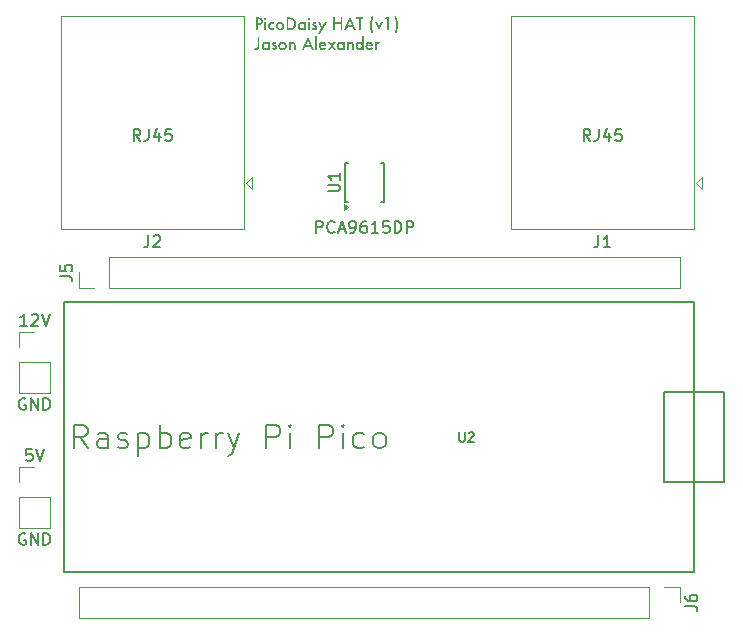
<source format=gto>
%TF.GenerationSoftware,KiCad,Pcbnew,8.0.4*%
%TF.CreationDate,2024-08-14T00:22:54+01:00*%
%TF.ProjectId,PicoChain,5069636f-4368-4616-996e-2e6b69636164,rev?*%
%TF.SameCoordinates,Original*%
%TF.FileFunction,Legend,Top*%
%TF.FilePolarity,Positive*%
%FSLAX46Y46*%
G04 Gerber Fmt 4.6, Leading zero omitted, Abs format (unit mm)*
G04 Created by KiCad (PCBNEW 8.0.4) date 2024-08-14 00:22:54*
%MOMM*%
%LPD*%
G01*
G04 APERTURE LIST*
%ADD10C,0.125000*%
%ADD11C,0.150000*%
%ADD12C,0.152400*%
%ADD13C,0.120000*%
G04 APERTURE END LIST*
D10*
G36*
X151151152Y-69007931D02*
G01*
X151200027Y-69010561D01*
X151253696Y-69016518D01*
X151297048Y-69025373D01*
X151346186Y-69043863D01*
X151390654Y-69071489D01*
X151417704Y-69094982D01*
X151453297Y-69136075D01*
X151480148Y-69181562D01*
X151498257Y-69231444D01*
X151507623Y-69285720D01*
X151509050Y-69318709D01*
X151505607Y-69370818D01*
X151495277Y-69418703D01*
X151474522Y-69469229D01*
X151444394Y-69514005D01*
X151411109Y-69547808D01*
X151364987Y-69580737D01*
X151320245Y-69602524D01*
X151270694Y-69618369D01*
X151216335Y-69628272D01*
X151167362Y-69631986D01*
X151146838Y-69632316D01*
X151072344Y-69632316D01*
X151072344Y-70062184D01*
X150915052Y-70062184D01*
X150915052Y-69493586D01*
X151072344Y-69493586D01*
X151131695Y-69493586D01*
X151183272Y-69490823D01*
X151238073Y-69479599D01*
X151289650Y-69454732D01*
X151325755Y-69417431D01*
X151346385Y-69367697D01*
X151351758Y-69316755D01*
X151346218Y-69267501D01*
X151324946Y-69219415D01*
X151287720Y-69183351D01*
X151234540Y-69159309D01*
X151178037Y-69148456D01*
X151124856Y-69145785D01*
X151072344Y-69145785D01*
X151072344Y-69493586D01*
X150915052Y-69493586D01*
X150915052Y-69007055D01*
X151096036Y-69007055D01*
X151151152Y-69007931D01*
G37*
G36*
X151797257Y-69397843D02*
G01*
X151797257Y-70070000D01*
X151639965Y-70070000D01*
X151639965Y-69397843D01*
X151797257Y-69397843D01*
G37*
G36*
X151624333Y-69123314D02*
G01*
X151637166Y-69074297D01*
X151654131Y-69052484D01*
X151696167Y-69026876D01*
X151725694Y-69022686D01*
X151773646Y-69034326D01*
X151797745Y-69052484D01*
X151824022Y-69096417D01*
X151827543Y-69124047D01*
X151815903Y-69172113D01*
X151797745Y-69196099D01*
X151753918Y-69222375D01*
X151726427Y-69225896D01*
X151678379Y-69214352D01*
X151654131Y-69196343D01*
X151628523Y-69153848D01*
X151624333Y-69123314D01*
G37*
G36*
X152503607Y-69429351D02*
G01*
X152503607Y-69633293D01*
X152468862Y-69594061D01*
X152431296Y-69559975D01*
X152410062Y-69545610D01*
X152362657Y-69526362D01*
X152314075Y-69520942D01*
X152263156Y-69526881D01*
X152213647Y-69547133D01*
X152174549Y-69578016D01*
X152170949Y-69581758D01*
X152140809Y-69622621D01*
X152121833Y-69669495D01*
X152114019Y-69722379D01*
X152113796Y-69733677D01*
X152118143Y-69783531D01*
X152133169Y-69832761D01*
X152158929Y-69875504D01*
X152168750Y-69887062D01*
X152206641Y-69918618D01*
X152255099Y-69939830D01*
X152305311Y-69946843D01*
X152310655Y-69946901D01*
X152359506Y-69941695D01*
X152407864Y-69923210D01*
X152449216Y-69891729D01*
X152483497Y-69856568D01*
X152503607Y-69833084D01*
X152503607Y-70036538D01*
X152457049Y-70058016D01*
X152410429Y-70073358D01*
X152357908Y-70083282D01*
X152317006Y-70085631D01*
X152261155Y-70082119D01*
X152208825Y-70071583D01*
X152160016Y-70054024D01*
X152114727Y-70029440D01*
X152072959Y-69997832D01*
X152059818Y-69985736D01*
X152024707Y-69946374D01*
X151996861Y-69903579D01*
X151976278Y-69857348D01*
X151962961Y-69807683D01*
X151956907Y-69754583D01*
X151956503Y-69736120D01*
X151960187Y-69681963D01*
X151971238Y-69631053D01*
X151989656Y-69583389D01*
X152015442Y-69538970D01*
X152048595Y-69497797D01*
X152061284Y-69484794D01*
X152102250Y-69449932D01*
X152146566Y-69422283D01*
X152194231Y-69401846D01*
X152245244Y-69388623D01*
X152299606Y-69382612D01*
X152318471Y-69382212D01*
X152372812Y-69385940D01*
X152425375Y-69397127D01*
X152476161Y-69415770D01*
X152503607Y-69429351D01*
G37*
G36*
X153029326Y-69385792D02*
G01*
X153080024Y-69396534D01*
X153127580Y-69414437D01*
X153171993Y-69439502D01*
X153213263Y-69471728D01*
X153226322Y-69484061D01*
X153260935Y-69523969D01*
X153288386Y-69567123D01*
X153308677Y-69613522D01*
X153321806Y-69663167D01*
X153327773Y-69716058D01*
X153328171Y-69734410D01*
X153324565Y-69788763D01*
X153313746Y-69839717D01*
X153295714Y-69887270D01*
X153270469Y-69931422D01*
X153238011Y-69972175D01*
X153225589Y-69985003D01*
X153185372Y-70019201D01*
X153141841Y-70046323D01*
X153094995Y-70066370D01*
X153044834Y-70079342D01*
X152991359Y-70085238D01*
X152972798Y-70085631D01*
X152918811Y-70082025D01*
X152868224Y-70071205D01*
X152821037Y-70053173D01*
X152777251Y-70027929D01*
X152736865Y-69995471D01*
X152724159Y-69983049D01*
X152690044Y-69943301D01*
X152662987Y-69899896D01*
X152642989Y-69852832D01*
X152630049Y-69802111D01*
X152624167Y-69747732D01*
X152623820Y-69730990D01*
X152781067Y-69730990D01*
X152785240Y-69783622D01*
X152799666Y-69834398D01*
X152824395Y-69877064D01*
X152833824Y-69888283D01*
X152874835Y-69921656D01*
X152923985Y-69941177D01*
X152975729Y-69946901D01*
X153027788Y-69941248D01*
X153076953Y-69921972D01*
X153117634Y-69889016D01*
X153147948Y-69844630D01*
X153164587Y-69796316D01*
X153170671Y-69746348D01*
X153170879Y-69734410D01*
X153166667Y-69682959D01*
X153152108Y-69633041D01*
X153127149Y-69590757D01*
X153117634Y-69579560D01*
X153076623Y-69546186D01*
X153027473Y-69526666D01*
X152975729Y-69520942D01*
X152924605Y-69526666D01*
X152875806Y-69546186D01*
X152834801Y-69579560D01*
X152806465Y-69619536D01*
X152788623Y-69666190D01*
X152781277Y-69719522D01*
X152781067Y-69730990D01*
X152623820Y-69730990D01*
X152623775Y-69728792D01*
X152627373Y-69676265D01*
X152638166Y-69626760D01*
X152656155Y-69580277D01*
X152681340Y-69536817D01*
X152713720Y-69496380D01*
X152726113Y-69483572D01*
X152766061Y-69449126D01*
X152809151Y-69421806D01*
X152855385Y-69401613D01*
X152904761Y-69388547D01*
X152957280Y-69382608D01*
X152975484Y-69382212D01*
X153029326Y-69385792D01*
G37*
G36*
X153805459Y-69008162D02*
G01*
X153857961Y-69011485D01*
X153913287Y-69018162D01*
X153962232Y-69027854D01*
X153999106Y-69038562D01*
X154047314Y-69056880D01*
X154093262Y-69080572D01*
X154136951Y-69109637D01*
X154178381Y-69144075D01*
X154216563Y-69183043D01*
X154249654Y-69224965D01*
X154277654Y-69269841D01*
X154300563Y-69317670D01*
X154318381Y-69368454D01*
X154331109Y-69422191D01*
X154338745Y-69478882D01*
X154341290Y-69538527D01*
X154338638Y-69598367D01*
X154330681Y-69655275D01*
X154317420Y-69709253D01*
X154298853Y-69760300D01*
X154274982Y-69808415D01*
X154245807Y-69853600D01*
X154211327Y-69895854D01*
X154171542Y-69935177D01*
X154128402Y-69970058D01*
X154084225Y-69999230D01*
X154039009Y-70022693D01*
X153992756Y-70040446D01*
X153944594Y-70053376D01*
X153894965Y-70061659D01*
X153838346Y-70067113D01*
X153784253Y-70069538D01*
X153745338Y-70070000D01*
X153527473Y-70070000D01*
X153527473Y-69913684D01*
X153684766Y-69913684D01*
X153757062Y-69913684D01*
X153808658Y-69912280D01*
X153861303Y-69907342D01*
X153913090Y-69897687D01*
X153936336Y-69891214D01*
X153983890Y-69871636D01*
X154028155Y-69845477D01*
X154065540Y-69815987D01*
X154105797Y-69773795D01*
X154137726Y-69727086D01*
X154161325Y-69675861D01*
X154176594Y-69620119D01*
X154182957Y-69570218D01*
X154183998Y-69538771D01*
X154181142Y-69486413D01*
X154172573Y-69437263D01*
X154154750Y-69382517D01*
X154128701Y-69332391D01*
X154094426Y-69286884D01*
X154067006Y-69259113D01*
X154024110Y-69226576D01*
X153974190Y-69200770D01*
X153927224Y-69184407D01*
X153875381Y-69172720D01*
X153818660Y-69165708D01*
X153769772Y-69163464D01*
X153757062Y-69163370D01*
X153684766Y-69163370D01*
X153684766Y-69913684D01*
X153527473Y-69913684D01*
X153527473Y-69007055D01*
X153748269Y-69007055D01*
X153805459Y-69008162D01*
G37*
G36*
X154844079Y-69386746D02*
G01*
X154891507Y-69400350D01*
X154936643Y-69423024D01*
X154979489Y-69454767D01*
X155002944Y-69476978D01*
X155002944Y-69397843D01*
X155153154Y-69397843D01*
X155153154Y-70070000D01*
X155002944Y-70070000D01*
X155002944Y-69997459D01*
X154960688Y-70031815D01*
X154917052Y-70057733D01*
X154865494Y-70077021D01*
X154812134Y-70085287D01*
X154798513Y-70085631D01*
X154748522Y-70082119D01*
X154694409Y-70069144D01*
X154644831Y-70046609D01*
X154599788Y-70014514D01*
X154570390Y-69985736D01*
X154540011Y-69945773D01*
X154515917Y-69902273D01*
X154498108Y-69855236D01*
X154486584Y-69804660D01*
X154481347Y-69750547D01*
X154480997Y-69731723D01*
X154481039Y-69730990D01*
X154638290Y-69730990D01*
X154642347Y-69781888D01*
X154656372Y-69831824D01*
X154680415Y-69874796D01*
X154689581Y-69886329D01*
X154728915Y-69920815D01*
X154774715Y-69940986D01*
X154821960Y-69946901D01*
X154872169Y-69941177D01*
X154919959Y-69921656D01*
X154959958Y-69888283D01*
X154987650Y-69847229D01*
X155005085Y-69799783D01*
X155012265Y-69745945D01*
X155012470Y-69734410D01*
X155008316Y-69684399D01*
X154993957Y-69634949D01*
X154969342Y-69591940D01*
X154959958Y-69580293D01*
X154920132Y-69546502D01*
X154872861Y-69526738D01*
X154823426Y-69520942D01*
X154771970Y-69528041D01*
X154726748Y-69549341D01*
X154691046Y-69581025D01*
X154663225Y-69621697D01*
X154645709Y-69667999D01*
X154638496Y-69719929D01*
X154638290Y-69730990D01*
X154481039Y-69730990D01*
X154484140Y-69677330D01*
X154493568Y-69626439D01*
X154509282Y-69579052D01*
X154531281Y-69535169D01*
X154559565Y-69494789D01*
X154570390Y-69482107D01*
X154605576Y-69448158D01*
X154650597Y-69417429D01*
X154699896Y-69396259D01*
X154753473Y-69384650D01*
X154794361Y-69382212D01*
X154844079Y-69386746D01*
G37*
G36*
X155508771Y-69397843D02*
G01*
X155508771Y-70070000D01*
X155351479Y-70070000D01*
X155351479Y-69397843D01*
X155508771Y-69397843D01*
G37*
G36*
X155335847Y-69123314D02*
G01*
X155348680Y-69074297D01*
X155365645Y-69052484D01*
X155407681Y-69026876D01*
X155437208Y-69022686D01*
X155485160Y-69034326D01*
X155509260Y-69052484D01*
X155535536Y-69096417D01*
X155539057Y-69124047D01*
X155527418Y-69172113D01*
X155509260Y-69196099D01*
X155465432Y-69222375D01*
X155437941Y-69225896D01*
X155389894Y-69214352D01*
X155365645Y-69196343D01*
X155340038Y-69153848D01*
X155335847Y-69123314D01*
G37*
G36*
X156094710Y-69514347D02*
G01*
X155967459Y-69582247D01*
X155937987Y-69540339D01*
X155891988Y-69520942D01*
X155855108Y-69534863D01*
X155839965Y-69570767D01*
X155868249Y-69613477D01*
X155913382Y-69639426D01*
X155929357Y-69646482D01*
X155979451Y-69669154D01*
X156027228Y-69694063D01*
X156068896Y-69720809D01*
X156095198Y-69743447D01*
X156122872Y-69784525D01*
X156136438Y-69835923D01*
X156137941Y-69863126D01*
X156132338Y-69914684D01*
X156115530Y-69961374D01*
X156087516Y-70003196D01*
X156067110Y-70024326D01*
X156026126Y-70053961D01*
X155980660Y-70073897D01*
X155930711Y-70084134D01*
X155901025Y-70085631D01*
X155851204Y-70081612D01*
X155797714Y-70066179D01*
X155751095Y-70039171D01*
X155711344Y-70000588D01*
X155683466Y-69959594D01*
X155664598Y-69921011D01*
X155793314Y-69860439D01*
X155820070Y-69903046D01*
X155835324Y-69921011D01*
X155879140Y-69944373D01*
X155902491Y-69946901D01*
X155953095Y-69935211D01*
X155979427Y-69892672D01*
X155980648Y-69876071D01*
X155959553Y-69829325D01*
X155920809Y-69799623D01*
X155876097Y-69777840D01*
X155874647Y-69777152D01*
X155829233Y-69755399D01*
X155827752Y-69754682D01*
X155783308Y-69730136D01*
X155743401Y-69699453D01*
X155733963Y-69689225D01*
X155709069Y-69645039D01*
X155699586Y-69594309D01*
X155699281Y-69582247D01*
X155705053Y-69530989D01*
X155724736Y-69481383D01*
X155754751Y-69442447D01*
X155758387Y-69438876D01*
X155798621Y-69408994D01*
X155843911Y-69390180D01*
X155894257Y-69382433D01*
X155904933Y-69382212D01*
X155957592Y-69388535D01*
X156004009Y-69407503D01*
X156044185Y-69439118D01*
X156078120Y-69483378D01*
X156094710Y-69514347D01*
G37*
G36*
X156480125Y-69941772D02*
G01*
X156180683Y-69397843D01*
X156358981Y-69397843D01*
X156562679Y-69782037D01*
X156752700Y-69397843D01*
X156926357Y-69397843D01*
X156395861Y-70429525D01*
X156220251Y-70429525D01*
X156480125Y-69941772D01*
G37*
G36*
X157647362Y-69429106D02*
G01*
X158099699Y-69429106D01*
X158099699Y-69007055D01*
X158256992Y-69007055D01*
X158256992Y-70070000D01*
X158099699Y-70070000D01*
X158099699Y-69585422D01*
X157647362Y-69585422D01*
X157647362Y-70070000D01*
X157490069Y-70070000D01*
X157490069Y-69007055D01*
X157647362Y-69007055D01*
X157647362Y-69429106D01*
G37*
G36*
X159423251Y-70077815D02*
G01*
X159249106Y-70077815D01*
X159138220Y-69819895D01*
X158686371Y-69819895D01*
X158568890Y-70077815D01*
X158397187Y-70077815D01*
X158588105Y-69663579D01*
X158752805Y-69663579D01*
X159073251Y-69663579D01*
X158916936Y-69302833D01*
X158752805Y-69663579D01*
X158588105Y-69663579D01*
X158919623Y-68944284D01*
X159423251Y-70077815D01*
G37*
G36*
X159791814Y-69163370D02*
G01*
X159791814Y-70070000D01*
X159634521Y-70070000D01*
X159634521Y-69163370D01*
X159385394Y-69163370D01*
X159385394Y-69007055D01*
X160026287Y-69007055D01*
X160026287Y-69163370D01*
X159791814Y-69163370D01*
G37*
G36*
X160751200Y-68897878D02*
G01*
X160893593Y-68952833D01*
X160871399Y-69008252D01*
X160851376Y-69062313D01*
X160833522Y-69115013D01*
X160817840Y-69166354D01*
X160804328Y-69216336D01*
X160792986Y-69264958D01*
X160789057Y-69284026D01*
X160780332Y-69332898D01*
X160773086Y-69383345D01*
X160767319Y-69435366D01*
X160766343Y-69445959D01*
X160762801Y-69494869D01*
X160760418Y-69546251D01*
X160759194Y-69600107D01*
X160759016Y-69631095D01*
X160759474Y-69680539D01*
X160761084Y-69733791D01*
X160763853Y-69784532D01*
X160766343Y-69816964D01*
X160771814Y-69869171D01*
X160778765Y-69919851D01*
X160787194Y-69969005D01*
X160789057Y-69978653D01*
X160799338Y-70026584D01*
X160811860Y-70075887D01*
X160826624Y-70126562D01*
X160843630Y-70178607D01*
X160862879Y-70232025D01*
X160884369Y-70286814D01*
X160893593Y-70309113D01*
X160751444Y-70364068D01*
X160724687Y-70304254D01*
X160700562Y-70242598D01*
X160679069Y-70179100D01*
X160660208Y-70113761D01*
X160643978Y-70046580D01*
X160630381Y-69977556D01*
X160619415Y-69906691D01*
X160611081Y-69833985D01*
X160606987Y-69784490D01*
X160604063Y-69734177D01*
X160602308Y-69683045D01*
X160601723Y-69631095D01*
X160602307Y-69579115D01*
X160604059Y-69527956D01*
X160606978Y-69477617D01*
X160611065Y-69428099D01*
X160616320Y-69379401D01*
X160626393Y-69307893D01*
X160639092Y-69238230D01*
X160654420Y-69170414D01*
X160672374Y-69104445D01*
X160692956Y-69040321D01*
X160716166Y-68978043D01*
X160742003Y-68917612D01*
X160751200Y-68897878D01*
G37*
G36*
X161168367Y-69397843D02*
G01*
X161340558Y-69773733D01*
X161512260Y-69397843D01*
X161685184Y-69397843D01*
X161339337Y-70112986D01*
X160996175Y-69397843D01*
X161168367Y-69397843D01*
G37*
G36*
X162067180Y-69163370D02*
G01*
X161884731Y-69163370D01*
X161972170Y-69007055D01*
X162224473Y-69007055D01*
X162224473Y-70077815D01*
X162067180Y-70077815D01*
X162067180Y-69163370D01*
G37*
G36*
X162797711Y-70364068D02*
G01*
X162654829Y-70309113D01*
X162677216Y-70253776D01*
X162697361Y-70199810D01*
X162715264Y-70147215D01*
X162730925Y-70095992D01*
X162744344Y-70046141D01*
X162755521Y-69997661D01*
X162759364Y-69978653D01*
X162768230Y-69930304D01*
X162775593Y-69879749D01*
X162781454Y-69826987D01*
X162785811Y-69772019D01*
X162788666Y-69714845D01*
X162790019Y-69655465D01*
X162790139Y-69631095D01*
X162789388Y-69571166D01*
X162787134Y-69513348D01*
X162783377Y-69457641D01*
X162778118Y-69404045D01*
X162771356Y-69352559D01*
X162763091Y-69303185D01*
X162759364Y-69284026D01*
X162748891Y-69235948D01*
X162736247Y-69186510D01*
X162721433Y-69135713D01*
X162704448Y-69083556D01*
X162685293Y-69030040D01*
X162663967Y-68975164D01*
X162654829Y-68952833D01*
X162796978Y-68897878D01*
X162823866Y-68957694D01*
X162848109Y-69019356D01*
X162869707Y-69082865D01*
X162888661Y-69148219D01*
X162904969Y-69215420D01*
X162918634Y-69284467D01*
X162929653Y-69355360D01*
X162938028Y-69428099D01*
X162942142Y-69477617D01*
X162945081Y-69527956D01*
X162946844Y-69579115D01*
X162947431Y-69631095D01*
X162946847Y-69683045D01*
X162945092Y-69734177D01*
X162942168Y-69784490D01*
X162938074Y-69833985D01*
X162932810Y-69882660D01*
X162922722Y-69954139D01*
X162910001Y-70023777D01*
X162894649Y-70091572D01*
X162876665Y-70157525D01*
X162856049Y-70221637D01*
X162832801Y-70283907D01*
X162806922Y-70344335D01*
X162797711Y-70364068D01*
G37*
G36*
X151228660Y-70687055D02*
G01*
X151228660Y-71372400D01*
X151227842Y-71423240D01*
X151224903Y-71473959D01*
X151218224Y-71526280D01*
X151211563Y-71555582D01*
X151195557Y-71604068D01*
X151170621Y-71649851D01*
X151153921Y-71671598D01*
X151116715Y-71708238D01*
X151074554Y-71735878D01*
X151027437Y-71754520D01*
X150975365Y-71764162D01*
X150943384Y-71765631D01*
X150894505Y-71762227D01*
X150841487Y-71750259D01*
X150790555Y-71729675D01*
X150757759Y-71711165D01*
X150835673Y-71570481D01*
X150881654Y-71595625D01*
X150931603Y-71608709D01*
X150944361Y-71609316D01*
X150994894Y-71600407D01*
X151035269Y-71567989D01*
X151042791Y-71555338D01*
X151059060Y-71508901D01*
X151067349Y-71456782D01*
X151070670Y-71407456D01*
X151071367Y-71367515D01*
X151071367Y-70687055D01*
X151228660Y-70687055D01*
G37*
G36*
X151789090Y-71066746D02*
G01*
X151836517Y-71080350D01*
X151881654Y-71103024D01*
X151924500Y-71134767D01*
X151947955Y-71156978D01*
X151947955Y-71077843D01*
X152098164Y-71077843D01*
X152098164Y-71750000D01*
X151947955Y-71750000D01*
X151947955Y-71677459D01*
X151905698Y-71711815D01*
X151862062Y-71737733D01*
X151810504Y-71757021D01*
X151757145Y-71765287D01*
X151743524Y-71765631D01*
X151693532Y-71762119D01*
X151639419Y-71749144D01*
X151589841Y-71726609D01*
X151544798Y-71694514D01*
X151515401Y-71665736D01*
X151485021Y-71625773D01*
X151460927Y-71582273D01*
X151443118Y-71535236D01*
X151431595Y-71484660D01*
X151426357Y-71430547D01*
X151426008Y-71411723D01*
X151426050Y-71410990D01*
X151583300Y-71410990D01*
X151587357Y-71461888D01*
X151601382Y-71511824D01*
X151625425Y-71554796D01*
X151634591Y-71566329D01*
X151673926Y-71600815D01*
X151719725Y-71620986D01*
X151766971Y-71626901D01*
X151817179Y-71621177D01*
X151864970Y-71601656D01*
X151904968Y-71568283D01*
X151932660Y-71527229D01*
X151950096Y-71479783D01*
X151957275Y-71425945D01*
X151957480Y-71414410D01*
X151953327Y-71364399D01*
X151938968Y-71314949D01*
X151914353Y-71271940D01*
X151904968Y-71260293D01*
X151865143Y-71226502D01*
X151817872Y-71206738D01*
X151768436Y-71200942D01*
X151716980Y-71208041D01*
X151671758Y-71229341D01*
X151636057Y-71261025D01*
X151608236Y-71301697D01*
X151590719Y-71347999D01*
X151583506Y-71399929D01*
X151583300Y-71410990D01*
X151426050Y-71410990D01*
X151429151Y-71357330D01*
X151438579Y-71306439D01*
X151454292Y-71259052D01*
X151476291Y-71215169D01*
X151504576Y-71174789D01*
X151515401Y-71162107D01*
X151550586Y-71128158D01*
X151595608Y-71097429D01*
X151644907Y-71076259D01*
X151698483Y-71064650D01*
X151739371Y-71062212D01*
X151789090Y-71066746D01*
G37*
G36*
X152691919Y-71194347D02*
G01*
X152564668Y-71262247D01*
X152535196Y-71220339D01*
X152489197Y-71200942D01*
X152452316Y-71214863D01*
X152437173Y-71250767D01*
X152465458Y-71293477D01*
X152510591Y-71319426D01*
X152526566Y-71326482D01*
X152576660Y-71349154D01*
X152624436Y-71374063D01*
X152666105Y-71400809D01*
X152692407Y-71423447D01*
X152720081Y-71464525D01*
X152733647Y-71515923D01*
X152735150Y-71543126D01*
X152729547Y-71594684D01*
X152712738Y-71641374D01*
X152684724Y-71683196D01*
X152664319Y-71704326D01*
X152623335Y-71733961D01*
X152577869Y-71753897D01*
X152527920Y-71764134D01*
X152498234Y-71765631D01*
X152448412Y-71761612D01*
X152394923Y-71746179D01*
X152348303Y-71719171D01*
X152308553Y-71680588D01*
X152280675Y-71639594D01*
X152261807Y-71601011D01*
X152390523Y-71540439D01*
X152417279Y-71583046D01*
X152432533Y-71601011D01*
X152476348Y-71624373D01*
X152499699Y-71626901D01*
X152550303Y-71615211D01*
X152576636Y-71572672D01*
X152577857Y-71556071D01*
X152556761Y-71509325D01*
X152518018Y-71479623D01*
X152473306Y-71457840D01*
X152471856Y-71457152D01*
X152426441Y-71435399D01*
X152424961Y-71434682D01*
X152380517Y-71410136D01*
X152340610Y-71379453D01*
X152331172Y-71369225D01*
X152306278Y-71325039D01*
X152296794Y-71274309D01*
X152296489Y-71262247D01*
X152302262Y-71210989D01*
X152321945Y-71161383D01*
X152351960Y-71122447D01*
X152355596Y-71118876D01*
X152395829Y-71088994D01*
X152441119Y-71070180D01*
X152491466Y-71062433D01*
X152502142Y-71062212D01*
X152554800Y-71068535D01*
X152601218Y-71087503D01*
X152641394Y-71119118D01*
X152675329Y-71163378D01*
X152691919Y-71194347D01*
G37*
G36*
X153238398Y-71065792D02*
G01*
X153289096Y-71076534D01*
X153336652Y-71094437D01*
X153381065Y-71119502D01*
X153422335Y-71151728D01*
X153435394Y-71164061D01*
X153470007Y-71203969D01*
X153497458Y-71247123D01*
X153517748Y-71293522D01*
X153530877Y-71343167D01*
X153536845Y-71396058D01*
X153537243Y-71414410D01*
X153533637Y-71468763D01*
X153522817Y-71519717D01*
X153504785Y-71567270D01*
X153479541Y-71611422D01*
X153447083Y-71652175D01*
X153434661Y-71665003D01*
X153394444Y-71699201D01*
X153350912Y-71726323D01*
X153304066Y-71746370D01*
X153253906Y-71759342D01*
X153200431Y-71765238D01*
X153181870Y-71765631D01*
X153127882Y-71762025D01*
X153077296Y-71751205D01*
X153030109Y-71733173D01*
X152986323Y-71707929D01*
X152945937Y-71675471D01*
X152933230Y-71663049D01*
X152899116Y-71623301D01*
X152872059Y-71579896D01*
X152852061Y-71532832D01*
X152839121Y-71482111D01*
X152833239Y-71427732D01*
X152832892Y-71410990D01*
X152990139Y-71410990D01*
X152994312Y-71463622D01*
X153008738Y-71514398D01*
X153033467Y-71557064D01*
X153042896Y-71568283D01*
X153083907Y-71601656D01*
X153133056Y-71621177D01*
X153184801Y-71626901D01*
X153236860Y-71621248D01*
X153286025Y-71601972D01*
X153326706Y-71569016D01*
X153357020Y-71524630D01*
X153373659Y-71476316D01*
X153379743Y-71426348D01*
X153379951Y-71414410D01*
X153375739Y-71362959D01*
X153361180Y-71313041D01*
X153336221Y-71270757D01*
X153326706Y-71259560D01*
X153285695Y-71226186D01*
X153236545Y-71206666D01*
X153184801Y-71200942D01*
X153133677Y-71206666D01*
X153084878Y-71226186D01*
X153043872Y-71259560D01*
X153015537Y-71299536D01*
X152997695Y-71346190D01*
X152990349Y-71399522D01*
X152990139Y-71410990D01*
X152832892Y-71410990D01*
X152832847Y-71408792D01*
X152836444Y-71356265D01*
X152847238Y-71306760D01*
X152865227Y-71260277D01*
X152890412Y-71216817D01*
X152922792Y-71176380D01*
X152935184Y-71163572D01*
X152975132Y-71129126D01*
X153018223Y-71101806D01*
X153064457Y-71081613D01*
X153113833Y-71068547D01*
X153166352Y-71062608D01*
X153184556Y-71062212D01*
X153238398Y-71065792D01*
G37*
G36*
X153705282Y-71077843D02*
G01*
X153862575Y-71077843D01*
X153862575Y-71141102D01*
X153904386Y-71106588D01*
X153948731Y-71081934D01*
X153995611Y-71067142D01*
X154045024Y-71062212D01*
X154100284Y-71066806D01*
X154149071Y-71080591D01*
X154196221Y-71107083D01*
X154227229Y-71135729D01*
X154254502Y-71177159D01*
X154271252Y-71224497D01*
X154280123Y-71274031D01*
X154283594Y-71331139D01*
X154283649Y-71339916D01*
X154283649Y-71750000D01*
X154126357Y-71750000D01*
X154126357Y-71376064D01*
X154124193Y-71325252D01*
X154115671Y-71276268D01*
X154099002Y-71239288D01*
X154058567Y-71209367D01*
X154006635Y-71200979D01*
X154002281Y-71200942D01*
X153951231Y-71208086D01*
X153907560Y-71234479D01*
X153894082Y-71251744D01*
X153874882Y-71299841D01*
X153866298Y-71349753D01*
X153862851Y-71404078D01*
X153862575Y-71426866D01*
X153862575Y-71750000D01*
X153705282Y-71750000D01*
X153705282Y-71077843D01*
G37*
G36*
X155841674Y-71757815D02*
G01*
X155667529Y-71757815D01*
X155556643Y-71499895D01*
X155104794Y-71499895D01*
X154987313Y-71757815D01*
X154815610Y-71757815D01*
X155006528Y-71343579D01*
X155171228Y-71343579D01*
X155491674Y-71343579D01*
X155335359Y-70982833D01*
X155171228Y-71343579D01*
X155006528Y-71343579D01*
X155338046Y-70624284D01*
X155841674Y-71757815D01*
G37*
G36*
X156097885Y-70593265D02*
G01*
X156097885Y-71750000D01*
X155940593Y-71750000D01*
X155940593Y-70593265D01*
X156097885Y-70593265D01*
G37*
G36*
X156632689Y-71065535D02*
G01*
X156681519Y-71075504D01*
X156733017Y-71095534D01*
X156778624Y-71124611D01*
X156813028Y-71156734D01*
X156846147Y-71201142D01*
X156871131Y-71252517D01*
X156886072Y-71302096D01*
X156895036Y-71356793D01*
X156897942Y-71406284D01*
X156898025Y-71416608D01*
X156898025Y-71453000D01*
X156418576Y-71453000D01*
X156427790Y-71504181D01*
X156448902Y-71551127D01*
X156472309Y-71580251D01*
X156515202Y-71610455D01*
X156562595Y-71624669D01*
X156593698Y-71626901D01*
X156643511Y-71621051D01*
X156689197Y-71600279D01*
X156726256Y-71565216D01*
X156759148Y-71522947D01*
X156773705Y-71501605D01*
X156904131Y-71572191D01*
X156876976Y-71614265D01*
X156846429Y-71653120D01*
X156840139Y-71660118D01*
X156803139Y-71695200D01*
X156768087Y-71720202D01*
X156722741Y-71742639D01*
X156684801Y-71754640D01*
X156635433Y-71763216D01*
X156588325Y-71765631D01*
X156534249Y-71762265D01*
X156484312Y-71752167D01*
X156431283Y-71731878D01*
X156383887Y-71702426D01*
X156347745Y-71669888D01*
X156316951Y-71631511D01*
X156292528Y-71588738D01*
X156274475Y-71541569D01*
X156262795Y-71490003D01*
X156257485Y-71434041D01*
X156257131Y-71414410D01*
X156260214Y-71357271D01*
X156265341Y-71327948D01*
X156428834Y-71327948D01*
X156739267Y-71327948D01*
X156720791Y-71278460D01*
X156688970Y-71236786D01*
X156645732Y-71210988D01*
X156591075Y-71201066D01*
X156583440Y-71200942D01*
X156535097Y-71208364D01*
X156530439Y-71209979D01*
X156486770Y-71234349D01*
X156485498Y-71235380D01*
X156452669Y-71272288D01*
X156450816Y-71275191D01*
X156430834Y-71320659D01*
X156428834Y-71327948D01*
X156265341Y-71327948D01*
X156269462Y-71304375D01*
X156284875Y-71255720D01*
X156306453Y-71211307D01*
X156339420Y-71164853D01*
X156344815Y-71158688D01*
X156386350Y-71121096D01*
X156433378Y-71092737D01*
X156485900Y-71073612D01*
X156535290Y-71064567D01*
X156579532Y-71062212D01*
X156632689Y-71065535D01*
G37*
G36*
X157245582Y-71386566D02*
G01*
X157006224Y-71077843D01*
X157189406Y-71077843D01*
X157337906Y-71273726D01*
X157488848Y-71077843D01*
X157677648Y-71077843D01*
X157431451Y-71386322D01*
X157716482Y-71750000D01*
X157533300Y-71750000D01*
X157337906Y-71498918D01*
X157137383Y-71750000D01*
X156949560Y-71750000D01*
X157245582Y-71386566D01*
G37*
G36*
X158124749Y-71066746D02*
G01*
X158172177Y-71080350D01*
X158217313Y-71103024D01*
X158260159Y-71134767D01*
X158283614Y-71156978D01*
X158283614Y-71077843D01*
X158433824Y-71077843D01*
X158433824Y-71750000D01*
X158283614Y-71750000D01*
X158283614Y-71677459D01*
X158241358Y-71711815D01*
X158197722Y-71737733D01*
X158146164Y-71757021D01*
X158092804Y-71765287D01*
X158079183Y-71765631D01*
X158029191Y-71762119D01*
X157975079Y-71749144D01*
X157925501Y-71726609D01*
X157880458Y-71694514D01*
X157851060Y-71665736D01*
X157820681Y-71625773D01*
X157796586Y-71582273D01*
X157778778Y-71535236D01*
X157767254Y-71484660D01*
X157762017Y-71430547D01*
X157761667Y-71411723D01*
X157761709Y-71410990D01*
X157918960Y-71410990D01*
X157923017Y-71461888D01*
X157937042Y-71511824D01*
X157961084Y-71554796D01*
X157970251Y-71566329D01*
X158009585Y-71600815D01*
X158055385Y-71620986D01*
X158102630Y-71626901D01*
X158152838Y-71621177D01*
X158200629Y-71601656D01*
X158240628Y-71568283D01*
X158268320Y-71527229D01*
X158285755Y-71479783D01*
X158292935Y-71425945D01*
X158293140Y-71414410D01*
X158288986Y-71364399D01*
X158274627Y-71314949D01*
X158250012Y-71271940D01*
X158240628Y-71260293D01*
X158200802Y-71226502D01*
X158153531Y-71206738D01*
X158104096Y-71200942D01*
X158052640Y-71208041D01*
X158007418Y-71229341D01*
X157971716Y-71261025D01*
X157943895Y-71301697D01*
X157926379Y-71347999D01*
X157919166Y-71399929D01*
X157918960Y-71410990D01*
X157761709Y-71410990D01*
X157764810Y-71357330D01*
X157774238Y-71306439D01*
X157789952Y-71259052D01*
X157811951Y-71215169D01*
X157840235Y-71174789D01*
X157851060Y-71162107D01*
X157886245Y-71128158D01*
X157931267Y-71097429D01*
X157980566Y-71076259D01*
X158034143Y-71064650D01*
X158075031Y-71062212D01*
X158124749Y-71066746D01*
G37*
G36*
X158632149Y-71077843D02*
G01*
X158789441Y-71077843D01*
X158789441Y-71141102D01*
X158831253Y-71106588D01*
X158875598Y-71081934D01*
X158922477Y-71067142D01*
X158971891Y-71062212D01*
X159027151Y-71066806D01*
X159075938Y-71080591D01*
X159123087Y-71107083D01*
X159154096Y-71135729D01*
X159181369Y-71177159D01*
X159198119Y-71224497D01*
X159206990Y-71274031D01*
X159210461Y-71331139D01*
X159210516Y-71339916D01*
X159210516Y-71750000D01*
X159053224Y-71750000D01*
X159053224Y-71376064D01*
X159051060Y-71325252D01*
X159042538Y-71276268D01*
X159025868Y-71239288D01*
X158985434Y-71209367D01*
X158933502Y-71200979D01*
X158929148Y-71200942D01*
X158878098Y-71208086D01*
X158834427Y-71234479D01*
X158820949Y-71251744D01*
X158801749Y-71299841D01*
X158793164Y-71349753D01*
X158789718Y-71404078D01*
X158789441Y-71426866D01*
X158789441Y-71750000D01*
X158632149Y-71750000D01*
X158632149Y-71077843D01*
G37*
G36*
X160040942Y-71750000D02*
G01*
X159883649Y-71750000D01*
X159883649Y-71677459D01*
X159843288Y-71711815D01*
X159800635Y-71737733D01*
X159749085Y-71757021D01*
X159694542Y-71765287D01*
X159680439Y-71765631D01*
X159631404Y-71762119D01*
X159578276Y-71749144D01*
X159529543Y-71726609D01*
X159485204Y-71694514D01*
X159456224Y-71665736D01*
X159426177Y-71625773D01*
X159402346Y-71582273D01*
X159384732Y-71535236D01*
X159373334Y-71484660D01*
X159368154Y-71430547D01*
X159367808Y-71411723D01*
X159367850Y-71410990D01*
X159525101Y-71410990D01*
X159529081Y-71461888D01*
X159542838Y-71511824D01*
X159566423Y-71554796D01*
X159575415Y-71566329D01*
X159614188Y-71600815D01*
X159659310Y-71620986D01*
X159705840Y-71626901D01*
X159755204Y-71621177D01*
X159802231Y-71601656D01*
X159841639Y-71568283D01*
X159868816Y-71527229D01*
X159885928Y-71479783D01*
X159892973Y-71425945D01*
X159893175Y-71414410D01*
X159889098Y-71364399D01*
X159875006Y-71314949D01*
X159850849Y-71271940D01*
X159841639Y-71260293D01*
X159802405Y-71226502D01*
X159755897Y-71206738D01*
X159707306Y-71200942D01*
X159656632Y-71208041D01*
X159612076Y-71229341D01*
X159576880Y-71261025D01*
X159549575Y-71301697D01*
X159532382Y-71347999D01*
X159525303Y-71399929D01*
X159525101Y-71410990D01*
X159367850Y-71410990D01*
X159370917Y-71357579D01*
X159380242Y-71306886D01*
X159395784Y-71259645D01*
X159417542Y-71215856D01*
X159445518Y-71175518D01*
X159456224Y-71162840D01*
X159496759Y-71123630D01*
X159541642Y-71094051D01*
X159590873Y-71074102D01*
X159644451Y-71063784D01*
X159677020Y-71062212D01*
X159726394Y-71066793D01*
X159773431Y-71080537D01*
X159818130Y-71103445D01*
X159860492Y-71135515D01*
X159883649Y-71157955D01*
X159883649Y-70593265D01*
X160040942Y-70593265D01*
X160040942Y-71750000D01*
G37*
G36*
X160582584Y-71065535D02*
G01*
X160631414Y-71075504D01*
X160682912Y-71095534D01*
X160728520Y-71124611D01*
X160762923Y-71156734D01*
X160796042Y-71201142D01*
X160821027Y-71252517D01*
X160835967Y-71302096D01*
X160844932Y-71356793D01*
X160847837Y-71406284D01*
X160847920Y-71416608D01*
X160847920Y-71453000D01*
X160368471Y-71453000D01*
X160377686Y-71504181D01*
X160398797Y-71551127D01*
X160422205Y-71580251D01*
X160465097Y-71610455D01*
X160512490Y-71624669D01*
X160543593Y-71626901D01*
X160593407Y-71621051D01*
X160639092Y-71600279D01*
X160676151Y-71565216D01*
X160709044Y-71522947D01*
X160723600Y-71501605D01*
X160854026Y-71572191D01*
X160826871Y-71614265D01*
X160796324Y-71653120D01*
X160790034Y-71660118D01*
X160753034Y-71695200D01*
X160717983Y-71720202D01*
X160672637Y-71742639D01*
X160634696Y-71754640D01*
X160585329Y-71763216D01*
X160538220Y-71765631D01*
X160484144Y-71762265D01*
X160434207Y-71752167D01*
X160381178Y-71731878D01*
X160333782Y-71702426D01*
X160297641Y-71669888D01*
X160266846Y-71631511D01*
X160242423Y-71588738D01*
X160224371Y-71541569D01*
X160212690Y-71490003D01*
X160207381Y-71434041D01*
X160207027Y-71414410D01*
X160210109Y-71357271D01*
X160215236Y-71327948D01*
X160378729Y-71327948D01*
X160689162Y-71327948D01*
X160670686Y-71278460D01*
X160638866Y-71236786D01*
X160595627Y-71210988D01*
X160540970Y-71201066D01*
X160533335Y-71200942D01*
X160484992Y-71208364D01*
X160480334Y-71209979D01*
X160436665Y-71234349D01*
X160435394Y-71235380D01*
X160402564Y-71272288D01*
X160400711Y-71275191D01*
X160380729Y-71320659D01*
X160378729Y-71327948D01*
X160215236Y-71327948D01*
X160219357Y-71304375D01*
X160234770Y-71255720D01*
X160256349Y-71211307D01*
X160289315Y-71164853D01*
X160294710Y-71158688D01*
X160336245Y-71121096D01*
X160383274Y-71092737D01*
X160435795Y-71073612D01*
X160485186Y-71064567D01*
X160529427Y-71062212D01*
X160582584Y-71065535D01*
G37*
G36*
X161012051Y-71077843D02*
G01*
X161169344Y-71077843D01*
X161169344Y-71141835D01*
X161204660Y-71107601D01*
X161244570Y-71079797D01*
X161291263Y-71064685D01*
X161323949Y-71062212D01*
X161374249Y-71068540D01*
X161422255Y-71085616D01*
X161450956Y-71100558D01*
X161380614Y-71249790D01*
X161337383Y-71226343D01*
X161295129Y-71218527D01*
X161246117Y-71227561D01*
X161204843Y-71260011D01*
X161181627Y-71307764D01*
X161171309Y-71363077D01*
X161169344Y-71407327D01*
X161169344Y-71750000D01*
X161012051Y-71750000D01*
X161012051Y-71077843D01*
G37*
D11*
X168145474Y-104141665D02*
X168145474Y-104779086D01*
X168145474Y-104779086D02*
X168182970Y-104854076D01*
X168182970Y-104854076D02*
X168220465Y-104891572D01*
X168220465Y-104891572D02*
X168295456Y-104929067D01*
X168295456Y-104929067D02*
X168445437Y-104929067D01*
X168445437Y-104929067D02*
X168520428Y-104891572D01*
X168520428Y-104891572D02*
X168557923Y-104854076D01*
X168557923Y-104854076D02*
X168595418Y-104779086D01*
X168595418Y-104779086D02*
X168595418Y-104141665D01*
X168932876Y-104216656D02*
X168970371Y-104179160D01*
X168970371Y-104179160D02*
X169045362Y-104141665D01*
X169045362Y-104141665D02*
X169232839Y-104141665D01*
X169232839Y-104141665D02*
X169307829Y-104179160D01*
X169307829Y-104179160D02*
X169345325Y-104216656D01*
X169345325Y-104216656D02*
X169382820Y-104291646D01*
X169382820Y-104291646D02*
X169382820Y-104366637D01*
X169382820Y-104366637D02*
X169345325Y-104479123D01*
X169345325Y-104479123D02*
X168895381Y-104929067D01*
X168895381Y-104929067D02*
X169382820Y-104929067D01*
X136679398Y-105490038D02*
X136012731Y-104537657D01*
X135536541Y-105490038D02*
X135536541Y-103490038D01*
X135536541Y-103490038D02*
X136298446Y-103490038D01*
X136298446Y-103490038D02*
X136488922Y-103585276D01*
X136488922Y-103585276D02*
X136584160Y-103680514D01*
X136584160Y-103680514D02*
X136679398Y-103870990D01*
X136679398Y-103870990D02*
X136679398Y-104156704D01*
X136679398Y-104156704D02*
X136584160Y-104347180D01*
X136584160Y-104347180D02*
X136488922Y-104442419D01*
X136488922Y-104442419D02*
X136298446Y-104537657D01*
X136298446Y-104537657D02*
X135536541Y-104537657D01*
X138393684Y-105490038D02*
X138393684Y-104442419D01*
X138393684Y-104442419D02*
X138298446Y-104251942D01*
X138298446Y-104251942D02*
X138107970Y-104156704D01*
X138107970Y-104156704D02*
X137727017Y-104156704D01*
X137727017Y-104156704D02*
X137536541Y-104251942D01*
X138393684Y-105394800D02*
X138203208Y-105490038D01*
X138203208Y-105490038D02*
X137727017Y-105490038D01*
X137727017Y-105490038D02*
X137536541Y-105394800D01*
X137536541Y-105394800D02*
X137441303Y-105204323D01*
X137441303Y-105204323D02*
X137441303Y-105013847D01*
X137441303Y-105013847D02*
X137536541Y-104823371D01*
X137536541Y-104823371D02*
X137727017Y-104728133D01*
X137727017Y-104728133D02*
X138203208Y-104728133D01*
X138203208Y-104728133D02*
X138393684Y-104632895D01*
X139250827Y-105394800D02*
X139441303Y-105490038D01*
X139441303Y-105490038D02*
X139822255Y-105490038D01*
X139822255Y-105490038D02*
X140012732Y-105394800D01*
X140012732Y-105394800D02*
X140107970Y-105204323D01*
X140107970Y-105204323D02*
X140107970Y-105109085D01*
X140107970Y-105109085D02*
X140012732Y-104918609D01*
X140012732Y-104918609D02*
X139822255Y-104823371D01*
X139822255Y-104823371D02*
X139536541Y-104823371D01*
X139536541Y-104823371D02*
X139346065Y-104728133D01*
X139346065Y-104728133D02*
X139250827Y-104537657D01*
X139250827Y-104537657D02*
X139250827Y-104442419D01*
X139250827Y-104442419D02*
X139346065Y-104251942D01*
X139346065Y-104251942D02*
X139536541Y-104156704D01*
X139536541Y-104156704D02*
X139822255Y-104156704D01*
X139822255Y-104156704D02*
X140012732Y-104251942D01*
X140965113Y-104156704D02*
X140965113Y-106156704D01*
X140965113Y-104251942D02*
X141155589Y-104156704D01*
X141155589Y-104156704D02*
X141536542Y-104156704D01*
X141536542Y-104156704D02*
X141727018Y-104251942D01*
X141727018Y-104251942D02*
X141822256Y-104347180D01*
X141822256Y-104347180D02*
X141917494Y-104537657D01*
X141917494Y-104537657D02*
X141917494Y-105109085D01*
X141917494Y-105109085D02*
X141822256Y-105299561D01*
X141822256Y-105299561D02*
X141727018Y-105394800D01*
X141727018Y-105394800D02*
X141536542Y-105490038D01*
X141536542Y-105490038D02*
X141155589Y-105490038D01*
X141155589Y-105490038D02*
X140965113Y-105394800D01*
X142774637Y-105490038D02*
X142774637Y-103490038D01*
X142774637Y-104251942D02*
X142965113Y-104156704D01*
X142965113Y-104156704D02*
X143346066Y-104156704D01*
X143346066Y-104156704D02*
X143536542Y-104251942D01*
X143536542Y-104251942D02*
X143631780Y-104347180D01*
X143631780Y-104347180D02*
X143727018Y-104537657D01*
X143727018Y-104537657D02*
X143727018Y-105109085D01*
X143727018Y-105109085D02*
X143631780Y-105299561D01*
X143631780Y-105299561D02*
X143536542Y-105394800D01*
X143536542Y-105394800D02*
X143346066Y-105490038D01*
X143346066Y-105490038D02*
X142965113Y-105490038D01*
X142965113Y-105490038D02*
X142774637Y-105394800D01*
X145346066Y-105394800D02*
X145155590Y-105490038D01*
X145155590Y-105490038D02*
X144774637Y-105490038D01*
X144774637Y-105490038D02*
X144584161Y-105394800D01*
X144584161Y-105394800D02*
X144488923Y-105204323D01*
X144488923Y-105204323D02*
X144488923Y-104442419D01*
X144488923Y-104442419D02*
X144584161Y-104251942D01*
X144584161Y-104251942D02*
X144774637Y-104156704D01*
X144774637Y-104156704D02*
X145155590Y-104156704D01*
X145155590Y-104156704D02*
X145346066Y-104251942D01*
X145346066Y-104251942D02*
X145441304Y-104442419D01*
X145441304Y-104442419D02*
X145441304Y-104632895D01*
X145441304Y-104632895D02*
X144488923Y-104823371D01*
X146298447Y-105490038D02*
X146298447Y-104156704D01*
X146298447Y-104537657D02*
X146393685Y-104347180D01*
X146393685Y-104347180D02*
X146488923Y-104251942D01*
X146488923Y-104251942D02*
X146679399Y-104156704D01*
X146679399Y-104156704D02*
X146869876Y-104156704D01*
X147536542Y-105490038D02*
X147536542Y-104156704D01*
X147536542Y-104537657D02*
X147631780Y-104347180D01*
X147631780Y-104347180D02*
X147727018Y-104251942D01*
X147727018Y-104251942D02*
X147917494Y-104156704D01*
X147917494Y-104156704D02*
X148107971Y-104156704D01*
X148584161Y-104156704D02*
X149060351Y-105490038D01*
X149536542Y-104156704D02*
X149060351Y-105490038D01*
X149060351Y-105490038D02*
X148869875Y-105966228D01*
X148869875Y-105966228D02*
X148774637Y-106061466D01*
X148774637Y-106061466D02*
X148584161Y-106156704D01*
X151822257Y-105490038D02*
X151822257Y-103490038D01*
X151822257Y-103490038D02*
X152584162Y-103490038D01*
X152584162Y-103490038D02*
X152774638Y-103585276D01*
X152774638Y-103585276D02*
X152869876Y-103680514D01*
X152869876Y-103680514D02*
X152965114Y-103870990D01*
X152965114Y-103870990D02*
X152965114Y-104156704D01*
X152965114Y-104156704D02*
X152869876Y-104347180D01*
X152869876Y-104347180D02*
X152774638Y-104442419D01*
X152774638Y-104442419D02*
X152584162Y-104537657D01*
X152584162Y-104537657D02*
X151822257Y-104537657D01*
X153822257Y-105490038D02*
X153822257Y-104156704D01*
X153822257Y-103490038D02*
X153727019Y-103585276D01*
X153727019Y-103585276D02*
X153822257Y-103680514D01*
X153822257Y-103680514D02*
X153917495Y-103585276D01*
X153917495Y-103585276D02*
X153822257Y-103490038D01*
X153822257Y-103490038D02*
X153822257Y-103680514D01*
X156298448Y-105490038D02*
X156298448Y-103490038D01*
X156298448Y-103490038D02*
X157060353Y-103490038D01*
X157060353Y-103490038D02*
X157250829Y-103585276D01*
X157250829Y-103585276D02*
X157346067Y-103680514D01*
X157346067Y-103680514D02*
X157441305Y-103870990D01*
X157441305Y-103870990D02*
X157441305Y-104156704D01*
X157441305Y-104156704D02*
X157346067Y-104347180D01*
X157346067Y-104347180D02*
X157250829Y-104442419D01*
X157250829Y-104442419D02*
X157060353Y-104537657D01*
X157060353Y-104537657D02*
X156298448Y-104537657D01*
X158298448Y-105490038D02*
X158298448Y-104156704D01*
X158298448Y-103490038D02*
X158203210Y-103585276D01*
X158203210Y-103585276D02*
X158298448Y-103680514D01*
X158298448Y-103680514D02*
X158393686Y-103585276D01*
X158393686Y-103585276D02*
X158298448Y-103490038D01*
X158298448Y-103490038D02*
X158298448Y-103680514D01*
X160107972Y-105394800D02*
X159917496Y-105490038D01*
X159917496Y-105490038D02*
X159536543Y-105490038D01*
X159536543Y-105490038D02*
X159346067Y-105394800D01*
X159346067Y-105394800D02*
X159250829Y-105299561D01*
X159250829Y-105299561D02*
X159155591Y-105109085D01*
X159155591Y-105109085D02*
X159155591Y-104537657D01*
X159155591Y-104537657D02*
X159250829Y-104347180D01*
X159250829Y-104347180D02*
X159346067Y-104251942D01*
X159346067Y-104251942D02*
X159536543Y-104156704D01*
X159536543Y-104156704D02*
X159917496Y-104156704D01*
X159917496Y-104156704D02*
X160107972Y-104251942D01*
X161250829Y-105490038D02*
X161060353Y-105394800D01*
X161060353Y-105394800D02*
X160965115Y-105299561D01*
X160965115Y-105299561D02*
X160869877Y-105109085D01*
X160869877Y-105109085D02*
X160869877Y-104537657D01*
X160869877Y-104537657D02*
X160965115Y-104347180D01*
X160965115Y-104347180D02*
X161060353Y-104251942D01*
X161060353Y-104251942D02*
X161250829Y-104156704D01*
X161250829Y-104156704D02*
X161536544Y-104156704D01*
X161536544Y-104156704D02*
X161727020Y-104251942D01*
X161727020Y-104251942D02*
X161822258Y-104347180D01*
X161822258Y-104347180D02*
X161917496Y-104537657D01*
X161917496Y-104537657D02*
X161917496Y-105109085D01*
X161917496Y-105109085D02*
X161822258Y-105299561D01*
X161822258Y-105299561D02*
X161727020Y-105394800D01*
X161727020Y-105394800D02*
X161536544Y-105490038D01*
X161536544Y-105490038D02*
X161250829Y-105490038D01*
X141833566Y-87457419D02*
X141833566Y-88171704D01*
X141833566Y-88171704D02*
X141785947Y-88314561D01*
X141785947Y-88314561D02*
X141690709Y-88409800D01*
X141690709Y-88409800D02*
X141547852Y-88457419D01*
X141547852Y-88457419D02*
X141452614Y-88457419D01*
X142262138Y-87552657D02*
X142309757Y-87505038D01*
X142309757Y-87505038D02*
X142404995Y-87457419D01*
X142404995Y-87457419D02*
X142643090Y-87457419D01*
X142643090Y-87457419D02*
X142738328Y-87505038D01*
X142738328Y-87505038D02*
X142785947Y-87552657D01*
X142785947Y-87552657D02*
X142833566Y-87647895D01*
X142833566Y-87647895D02*
X142833566Y-87743133D01*
X142833566Y-87743133D02*
X142785947Y-87885990D01*
X142785947Y-87885990D02*
X142214519Y-88457419D01*
X142214519Y-88457419D02*
X142833566Y-88457419D01*
X141143090Y-79457419D02*
X140809757Y-78981228D01*
X140571662Y-79457419D02*
X140571662Y-78457419D01*
X140571662Y-78457419D02*
X140952614Y-78457419D01*
X140952614Y-78457419D02*
X141047852Y-78505038D01*
X141047852Y-78505038D02*
X141095471Y-78552657D01*
X141095471Y-78552657D02*
X141143090Y-78647895D01*
X141143090Y-78647895D02*
X141143090Y-78790752D01*
X141143090Y-78790752D02*
X141095471Y-78885990D01*
X141095471Y-78885990D02*
X141047852Y-78933609D01*
X141047852Y-78933609D02*
X140952614Y-78981228D01*
X140952614Y-78981228D02*
X140571662Y-78981228D01*
X141857376Y-78457419D02*
X141857376Y-79171704D01*
X141857376Y-79171704D02*
X141809757Y-79314561D01*
X141809757Y-79314561D02*
X141714519Y-79409800D01*
X141714519Y-79409800D02*
X141571662Y-79457419D01*
X141571662Y-79457419D02*
X141476424Y-79457419D01*
X142762138Y-78790752D02*
X142762138Y-79457419D01*
X142524043Y-78409800D02*
X142285948Y-79124085D01*
X142285948Y-79124085D02*
X142904995Y-79124085D01*
X143762138Y-78457419D02*
X143285948Y-78457419D01*
X143285948Y-78457419D02*
X143238329Y-78933609D01*
X143238329Y-78933609D02*
X143285948Y-78885990D01*
X143285948Y-78885990D02*
X143381186Y-78838371D01*
X143381186Y-78838371D02*
X143619281Y-78838371D01*
X143619281Y-78838371D02*
X143714519Y-78885990D01*
X143714519Y-78885990D02*
X143762138Y-78933609D01*
X143762138Y-78933609D02*
X143809757Y-79028847D01*
X143809757Y-79028847D02*
X143809757Y-79266942D01*
X143809757Y-79266942D02*
X143762138Y-79362180D01*
X143762138Y-79362180D02*
X143714519Y-79409800D01*
X143714519Y-79409800D02*
X143619281Y-79457419D01*
X143619281Y-79457419D02*
X143381186Y-79457419D01*
X143381186Y-79457419D02*
X143285948Y-79409800D01*
X143285948Y-79409800D02*
X143238329Y-79362180D01*
X131407495Y-112711038D02*
X131312257Y-112663419D01*
X131312257Y-112663419D02*
X131169400Y-112663419D01*
X131169400Y-112663419D02*
X131026543Y-112711038D01*
X131026543Y-112711038D02*
X130931305Y-112806276D01*
X130931305Y-112806276D02*
X130883686Y-112901514D01*
X130883686Y-112901514D02*
X130836067Y-113091990D01*
X130836067Y-113091990D02*
X130836067Y-113234847D01*
X130836067Y-113234847D02*
X130883686Y-113425323D01*
X130883686Y-113425323D02*
X130931305Y-113520561D01*
X130931305Y-113520561D02*
X131026543Y-113615800D01*
X131026543Y-113615800D02*
X131169400Y-113663419D01*
X131169400Y-113663419D02*
X131264638Y-113663419D01*
X131264638Y-113663419D02*
X131407495Y-113615800D01*
X131407495Y-113615800D02*
X131455114Y-113568180D01*
X131455114Y-113568180D02*
X131455114Y-113234847D01*
X131455114Y-113234847D02*
X131264638Y-113234847D01*
X131883686Y-113663419D02*
X131883686Y-112663419D01*
X131883686Y-112663419D02*
X132455114Y-113663419D01*
X132455114Y-113663419D02*
X132455114Y-112663419D01*
X132931305Y-113663419D02*
X132931305Y-112663419D01*
X132931305Y-112663419D02*
X133169400Y-112663419D01*
X133169400Y-112663419D02*
X133312257Y-112711038D01*
X133312257Y-112711038D02*
X133407495Y-112806276D01*
X133407495Y-112806276D02*
X133455114Y-112901514D01*
X133455114Y-112901514D02*
X133502733Y-113091990D01*
X133502733Y-113091990D02*
X133502733Y-113234847D01*
X133502733Y-113234847D02*
X133455114Y-113425323D01*
X133455114Y-113425323D02*
X133407495Y-113520561D01*
X133407495Y-113520561D02*
X133312257Y-113615800D01*
X133312257Y-113615800D02*
X133169400Y-113663419D01*
X133169400Y-113663419D02*
X132931305Y-113663419D01*
X131978923Y-105551419D02*
X131502733Y-105551419D01*
X131502733Y-105551419D02*
X131455114Y-106027609D01*
X131455114Y-106027609D02*
X131502733Y-105979990D01*
X131502733Y-105979990D02*
X131597971Y-105932371D01*
X131597971Y-105932371D02*
X131836066Y-105932371D01*
X131836066Y-105932371D02*
X131931304Y-105979990D01*
X131931304Y-105979990D02*
X131978923Y-106027609D01*
X131978923Y-106027609D02*
X132026542Y-106122847D01*
X132026542Y-106122847D02*
X132026542Y-106360942D01*
X132026542Y-106360942D02*
X131978923Y-106456180D01*
X131978923Y-106456180D02*
X131931304Y-106503800D01*
X131931304Y-106503800D02*
X131836066Y-106551419D01*
X131836066Y-106551419D02*
X131597971Y-106551419D01*
X131597971Y-106551419D02*
X131502733Y-106503800D01*
X131502733Y-106503800D02*
X131455114Y-106456180D01*
X132312257Y-105551419D02*
X132645590Y-106551419D01*
X132645590Y-106551419D02*
X132978923Y-105551419D01*
X131407495Y-101281038D02*
X131312257Y-101233419D01*
X131312257Y-101233419D02*
X131169400Y-101233419D01*
X131169400Y-101233419D02*
X131026543Y-101281038D01*
X131026543Y-101281038D02*
X130931305Y-101376276D01*
X130931305Y-101376276D02*
X130883686Y-101471514D01*
X130883686Y-101471514D02*
X130836067Y-101661990D01*
X130836067Y-101661990D02*
X130836067Y-101804847D01*
X130836067Y-101804847D02*
X130883686Y-101995323D01*
X130883686Y-101995323D02*
X130931305Y-102090561D01*
X130931305Y-102090561D02*
X131026543Y-102185800D01*
X131026543Y-102185800D02*
X131169400Y-102233419D01*
X131169400Y-102233419D02*
X131264638Y-102233419D01*
X131264638Y-102233419D02*
X131407495Y-102185800D01*
X131407495Y-102185800D02*
X131455114Y-102138180D01*
X131455114Y-102138180D02*
X131455114Y-101804847D01*
X131455114Y-101804847D02*
X131264638Y-101804847D01*
X131883686Y-102233419D02*
X131883686Y-101233419D01*
X131883686Y-101233419D02*
X132455114Y-102233419D01*
X132455114Y-102233419D02*
X132455114Y-101233419D01*
X132931305Y-102233419D02*
X132931305Y-101233419D01*
X132931305Y-101233419D02*
X133169400Y-101233419D01*
X133169400Y-101233419D02*
X133312257Y-101281038D01*
X133312257Y-101281038D02*
X133407495Y-101376276D01*
X133407495Y-101376276D02*
X133455114Y-101471514D01*
X133455114Y-101471514D02*
X133502733Y-101661990D01*
X133502733Y-101661990D02*
X133502733Y-101804847D01*
X133502733Y-101804847D02*
X133455114Y-101995323D01*
X133455114Y-101995323D02*
X133407495Y-102090561D01*
X133407495Y-102090561D02*
X133312257Y-102185800D01*
X133312257Y-102185800D02*
X133169400Y-102233419D01*
X133169400Y-102233419D02*
X132931305Y-102233419D01*
X131550352Y-95121419D02*
X130978924Y-95121419D01*
X131264638Y-95121419D02*
X131264638Y-94121419D01*
X131264638Y-94121419D02*
X131169400Y-94264276D01*
X131169400Y-94264276D02*
X131074162Y-94359514D01*
X131074162Y-94359514D02*
X130978924Y-94407133D01*
X131931305Y-94216657D02*
X131978924Y-94169038D01*
X131978924Y-94169038D02*
X132074162Y-94121419D01*
X132074162Y-94121419D02*
X132312257Y-94121419D01*
X132312257Y-94121419D02*
X132407495Y-94169038D01*
X132407495Y-94169038D02*
X132455114Y-94216657D01*
X132455114Y-94216657D02*
X132502733Y-94311895D01*
X132502733Y-94311895D02*
X132502733Y-94407133D01*
X132502733Y-94407133D02*
X132455114Y-94549990D01*
X132455114Y-94549990D02*
X131883686Y-95121419D01*
X131883686Y-95121419D02*
X132502733Y-95121419D01*
X132788448Y-94121419D02*
X133121781Y-95121419D01*
X133121781Y-95121419D02*
X133455114Y-94121419D01*
X187294219Y-118875933D02*
X188008504Y-118875933D01*
X188008504Y-118875933D02*
X188151361Y-118923552D01*
X188151361Y-118923552D02*
X188246600Y-119018790D01*
X188246600Y-119018790D02*
X188294219Y-119161647D01*
X188294219Y-119161647D02*
X188294219Y-119256885D01*
X187294219Y-117971171D02*
X187294219Y-118161647D01*
X187294219Y-118161647D02*
X187341838Y-118256885D01*
X187341838Y-118256885D02*
X187389457Y-118304504D01*
X187389457Y-118304504D02*
X187532314Y-118399742D01*
X187532314Y-118399742D02*
X187722790Y-118447361D01*
X187722790Y-118447361D02*
X188103742Y-118447361D01*
X188103742Y-118447361D02*
X188198980Y-118399742D01*
X188198980Y-118399742D02*
X188246600Y-118352123D01*
X188246600Y-118352123D02*
X188294219Y-118256885D01*
X188294219Y-118256885D02*
X188294219Y-118066409D01*
X188294219Y-118066409D02*
X188246600Y-117971171D01*
X188246600Y-117971171D02*
X188198980Y-117923552D01*
X188198980Y-117923552D02*
X188103742Y-117875933D01*
X188103742Y-117875933D02*
X187865647Y-117875933D01*
X187865647Y-117875933D02*
X187770409Y-117923552D01*
X187770409Y-117923552D02*
X187722790Y-117971171D01*
X187722790Y-117971171D02*
X187675171Y-118066409D01*
X187675171Y-118066409D02*
X187675171Y-118256885D01*
X187675171Y-118256885D02*
X187722790Y-118352123D01*
X187722790Y-118352123D02*
X187770409Y-118399742D01*
X187770409Y-118399742D02*
X187865647Y-118447361D01*
X179933566Y-87457419D02*
X179933566Y-88171704D01*
X179933566Y-88171704D02*
X179885947Y-88314561D01*
X179885947Y-88314561D02*
X179790709Y-88409800D01*
X179790709Y-88409800D02*
X179647852Y-88457419D01*
X179647852Y-88457419D02*
X179552614Y-88457419D01*
X180933566Y-88457419D02*
X180362138Y-88457419D01*
X180647852Y-88457419D02*
X180647852Y-87457419D01*
X180647852Y-87457419D02*
X180552614Y-87600276D01*
X180552614Y-87600276D02*
X180457376Y-87695514D01*
X180457376Y-87695514D02*
X180362138Y-87743133D01*
X179243090Y-79457419D02*
X178909757Y-78981228D01*
X178671662Y-79457419D02*
X178671662Y-78457419D01*
X178671662Y-78457419D02*
X179052614Y-78457419D01*
X179052614Y-78457419D02*
X179147852Y-78505038D01*
X179147852Y-78505038D02*
X179195471Y-78552657D01*
X179195471Y-78552657D02*
X179243090Y-78647895D01*
X179243090Y-78647895D02*
X179243090Y-78790752D01*
X179243090Y-78790752D02*
X179195471Y-78885990D01*
X179195471Y-78885990D02*
X179147852Y-78933609D01*
X179147852Y-78933609D02*
X179052614Y-78981228D01*
X179052614Y-78981228D02*
X178671662Y-78981228D01*
X179957376Y-78457419D02*
X179957376Y-79171704D01*
X179957376Y-79171704D02*
X179909757Y-79314561D01*
X179909757Y-79314561D02*
X179814519Y-79409800D01*
X179814519Y-79409800D02*
X179671662Y-79457419D01*
X179671662Y-79457419D02*
X179576424Y-79457419D01*
X180862138Y-78790752D02*
X180862138Y-79457419D01*
X180624043Y-78409800D02*
X180385948Y-79124085D01*
X180385948Y-79124085D02*
X181004995Y-79124085D01*
X181862138Y-78457419D02*
X181385948Y-78457419D01*
X181385948Y-78457419D02*
X181338329Y-78933609D01*
X181338329Y-78933609D02*
X181385948Y-78885990D01*
X181385948Y-78885990D02*
X181481186Y-78838371D01*
X181481186Y-78838371D02*
X181719281Y-78838371D01*
X181719281Y-78838371D02*
X181814519Y-78885990D01*
X181814519Y-78885990D02*
X181862138Y-78933609D01*
X181862138Y-78933609D02*
X181909757Y-79028847D01*
X181909757Y-79028847D02*
X181909757Y-79266942D01*
X181909757Y-79266942D02*
X181862138Y-79362180D01*
X181862138Y-79362180D02*
X181814519Y-79409800D01*
X181814519Y-79409800D02*
X181719281Y-79457419D01*
X181719281Y-79457419D02*
X181481186Y-79457419D01*
X181481186Y-79457419D02*
X181385948Y-79409800D01*
X181385948Y-79409800D02*
X181338329Y-79362180D01*
X134374219Y-90935933D02*
X135088504Y-90935933D01*
X135088504Y-90935933D02*
X135231361Y-90983552D01*
X135231361Y-90983552D02*
X135326600Y-91078790D01*
X135326600Y-91078790D02*
X135374219Y-91221647D01*
X135374219Y-91221647D02*
X135374219Y-91316885D01*
X134374219Y-89983552D02*
X134374219Y-90459742D01*
X134374219Y-90459742D02*
X134850409Y-90507361D01*
X134850409Y-90507361D02*
X134802790Y-90459742D01*
X134802790Y-90459742D02*
X134755171Y-90364504D01*
X134755171Y-90364504D02*
X134755171Y-90126409D01*
X134755171Y-90126409D02*
X134802790Y-90031171D01*
X134802790Y-90031171D02*
X134850409Y-89983552D01*
X134850409Y-89983552D02*
X134945647Y-89935933D01*
X134945647Y-89935933D02*
X135183742Y-89935933D01*
X135183742Y-89935933D02*
X135278980Y-89983552D01*
X135278980Y-89983552D02*
X135326600Y-90031171D01*
X135326600Y-90031171D02*
X135374219Y-90126409D01*
X135374219Y-90126409D02*
X135374219Y-90364504D01*
X135374219Y-90364504D02*
X135326600Y-90459742D01*
X135326600Y-90459742D02*
X135278980Y-90507361D01*
X157014219Y-83744504D02*
X157823742Y-83744504D01*
X157823742Y-83744504D02*
X157918980Y-83696885D01*
X157918980Y-83696885D02*
X157966600Y-83649266D01*
X157966600Y-83649266D02*
X158014219Y-83554028D01*
X158014219Y-83554028D02*
X158014219Y-83363552D01*
X158014219Y-83363552D02*
X157966600Y-83268314D01*
X157966600Y-83268314D02*
X157918980Y-83220695D01*
X157918980Y-83220695D02*
X157823742Y-83173076D01*
X157823742Y-83173076D02*
X157014219Y-83173076D01*
X158014219Y-82173076D02*
X158014219Y-82744504D01*
X158014219Y-82458790D02*
X157014219Y-82458790D01*
X157014219Y-82458790D02*
X157157076Y-82554028D01*
X157157076Y-82554028D02*
X157252314Y-82649266D01*
X157252314Y-82649266D02*
X157299933Y-82744504D01*
X156014162Y-87247419D02*
X156014162Y-86247419D01*
X156014162Y-86247419D02*
X156395114Y-86247419D01*
X156395114Y-86247419D02*
X156490352Y-86295038D01*
X156490352Y-86295038D02*
X156537971Y-86342657D01*
X156537971Y-86342657D02*
X156585590Y-86437895D01*
X156585590Y-86437895D02*
X156585590Y-86580752D01*
X156585590Y-86580752D02*
X156537971Y-86675990D01*
X156537971Y-86675990D02*
X156490352Y-86723609D01*
X156490352Y-86723609D02*
X156395114Y-86771228D01*
X156395114Y-86771228D02*
X156014162Y-86771228D01*
X157585590Y-87152180D02*
X157537971Y-87199800D01*
X157537971Y-87199800D02*
X157395114Y-87247419D01*
X157395114Y-87247419D02*
X157299876Y-87247419D01*
X157299876Y-87247419D02*
X157157019Y-87199800D01*
X157157019Y-87199800D02*
X157061781Y-87104561D01*
X157061781Y-87104561D02*
X157014162Y-87009323D01*
X157014162Y-87009323D02*
X156966543Y-86818847D01*
X156966543Y-86818847D02*
X156966543Y-86675990D01*
X156966543Y-86675990D02*
X157014162Y-86485514D01*
X157014162Y-86485514D02*
X157061781Y-86390276D01*
X157061781Y-86390276D02*
X157157019Y-86295038D01*
X157157019Y-86295038D02*
X157299876Y-86247419D01*
X157299876Y-86247419D02*
X157395114Y-86247419D01*
X157395114Y-86247419D02*
X157537971Y-86295038D01*
X157537971Y-86295038D02*
X157585590Y-86342657D01*
X157966543Y-86961704D02*
X158442733Y-86961704D01*
X157871305Y-87247419D02*
X158204638Y-86247419D01*
X158204638Y-86247419D02*
X158537971Y-87247419D01*
X158918924Y-87247419D02*
X159109400Y-87247419D01*
X159109400Y-87247419D02*
X159204638Y-87199800D01*
X159204638Y-87199800D02*
X159252257Y-87152180D01*
X159252257Y-87152180D02*
X159347495Y-87009323D01*
X159347495Y-87009323D02*
X159395114Y-86818847D01*
X159395114Y-86818847D02*
X159395114Y-86437895D01*
X159395114Y-86437895D02*
X159347495Y-86342657D01*
X159347495Y-86342657D02*
X159299876Y-86295038D01*
X159299876Y-86295038D02*
X159204638Y-86247419D01*
X159204638Y-86247419D02*
X159014162Y-86247419D01*
X159014162Y-86247419D02*
X158918924Y-86295038D01*
X158918924Y-86295038D02*
X158871305Y-86342657D01*
X158871305Y-86342657D02*
X158823686Y-86437895D01*
X158823686Y-86437895D02*
X158823686Y-86675990D01*
X158823686Y-86675990D02*
X158871305Y-86771228D01*
X158871305Y-86771228D02*
X158918924Y-86818847D01*
X158918924Y-86818847D02*
X159014162Y-86866466D01*
X159014162Y-86866466D02*
X159204638Y-86866466D01*
X159204638Y-86866466D02*
X159299876Y-86818847D01*
X159299876Y-86818847D02*
X159347495Y-86771228D01*
X159347495Y-86771228D02*
X159395114Y-86675990D01*
X160252257Y-86247419D02*
X160061781Y-86247419D01*
X160061781Y-86247419D02*
X159966543Y-86295038D01*
X159966543Y-86295038D02*
X159918924Y-86342657D01*
X159918924Y-86342657D02*
X159823686Y-86485514D01*
X159823686Y-86485514D02*
X159776067Y-86675990D01*
X159776067Y-86675990D02*
X159776067Y-87056942D01*
X159776067Y-87056942D02*
X159823686Y-87152180D01*
X159823686Y-87152180D02*
X159871305Y-87199800D01*
X159871305Y-87199800D02*
X159966543Y-87247419D01*
X159966543Y-87247419D02*
X160157019Y-87247419D01*
X160157019Y-87247419D02*
X160252257Y-87199800D01*
X160252257Y-87199800D02*
X160299876Y-87152180D01*
X160299876Y-87152180D02*
X160347495Y-87056942D01*
X160347495Y-87056942D02*
X160347495Y-86818847D01*
X160347495Y-86818847D02*
X160299876Y-86723609D01*
X160299876Y-86723609D02*
X160252257Y-86675990D01*
X160252257Y-86675990D02*
X160157019Y-86628371D01*
X160157019Y-86628371D02*
X159966543Y-86628371D01*
X159966543Y-86628371D02*
X159871305Y-86675990D01*
X159871305Y-86675990D02*
X159823686Y-86723609D01*
X159823686Y-86723609D02*
X159776067Y-86818847D01*
X161299876Y-87247419D02*
X160728448Y-87247419D01*
X161014162Y-87247419D02*
X161014162Y-86247419D01*
X161014162Y-86247419D02*
X160918924Y-86390276D01*
X160918924Y-86390276D02*
X160823686Y-86485514D01*
X160823686Y-86485514D02*
X160728448Y-86533133D01*
X162204638Y-86247419D02*
X161728448Y-86247419D01*
X161728448Y-86247419D02*
X161680829Y-86723609D01*
X161680829Y-86723609D02*
X161728448Y-86675990D01*
X161728448Y-86675990D02*
X161823686Y-86628371D01*
X161823686Y-86628371D02*
X162061781Y-86628371D01*
X162061781Y-86628371D02*
X162157019Y-86675990D01*
X162157019Y-86675990D02*
X162204638Y-86723609D01*
X162204638Y-86723609D02*
X162252257Y-86818847D01*
X162252257Y-86818847D02*
X162252257Y-87056942D01*
X162252257Y-87056942D02*
X162204638Y-87152180D01*
X162204638Y-87152180D02*
X162157019Y-87199800D01*
X162157019Y-87199800D02*
X162061781Y-87247419D01*
X162061781Y-87247419D02*
X161823686Y-87247419D01*
X161823686Y-87247419D02*
X161728448Y-87199800D01*
X161728448Y-87199800D02*
X161680829Y-87152180D01*
X162680829Y-87247419D02*
X162680829Y-86247419D01*
X162680829Y-86247419D02*
X162918924Y-86247419D01*
X162918924Y-86247419D02*
X163061781Y-86295038D01*
X163061781Y-86295038D02*
X163157019Y-86390276D01*
X163157019Y-86390276D02*
X163204638Y-86485514D01*
X163204638Y-86485514D02*
X163252257Y-86675990D01*
X163252257Y-86675990D02*
X163252257Y-86818847D01*
X163252257Y-86818847D02*
X163204638Y-87009323D01*
X163204638Y-87009323D02*
X163157019Y-87104561D01*
X163157019Y-87104561D02*
X163061781Y-87199800D01*
X163061781Y-87199800D02*
X162918924Y-87247419D01*
X162918924Y-87247419D02*
X162680829Y-87247419D01*
X163680829Y-87247419D02*
X163680829Y-86247419D01*
X163680829Y-86247419D02*
X164061781Y-86247419D01*
X164061781Y-86247419D02*
X164157019Y-86295038D01*
X164157019Y-86295038D02*
X164204638Y-86342657D01*
X164204638Y-86342657D02*
X164252257Y-86437895D01*
X164252257Y-86437895D02*
X164252257Y-86580752D01*
X164252257Y-86580752D02*
X164204638Y-86675990D01*
X164204638Y-86675990D02*
X164157019Y-86723609D01*
X164157019Y-86723609D02*
X164061781Y-86771228D01*
X164061781Y-86771228D02*
X163680829Y-86771228D01*
D12*
%TO.C,U2*%
X190589400Y-108382600D02*
X190589400Y-100679290D01*
X190589400Y-100679290D02*
X185509400Y-100679290D01*
X188049400Y-116002600D02*
X188049400Y-93142600D01*
X188049400Y-93142600D02*
X134709400Y-93142600D01*
X185509400Y-108382600D02*
X190589400Y-108382600D01*
X185509400Y-100679290D02*
X185509400Y-108382600D01*
X134709400Y-116002600D02*
X188049400Y-116002600D01*
X134709400Y-93142600D02*
X134709400Y-116002600D01*
D13*
%TO.C,J2*%
X150611900Y-83502600D02*
X150611900Y-82502600D01*
X150611900Y-82502600D02*
X150111900Y-83002600D01*
X150111900Y-83002600D02*
X150611900Y-83502600D01*
X149926900Y-86882600D02*
X149926900Y-68922600D01*
X149926900Y-68922600D02*
X134406900Y-68922600D01*
X134406900Y-86882600D02*
X149926900Y-86882600D01*
X134406900Y-86882600D02*
X134406900Y-68922600D01*
%TO.C,GND*%
X133499400Y-109652600D02*
X133499400Y-112252600D01*
X130839400Y-112252600D02*
X133499400Y-112252600D01*
X130839400Y-109652600D02*
X133499400Y-109652600D01*
X130839400Y-109652600D02*
X130839400Y-112252600D01*
X130839400Y-108382600D02*
X130839400Y-107052600D01*
X130839400Y-107052600D02*
X132169400Y-107052600D01*
X133499400Y-98222600D02*
X133499400Y-100822600D01*
X130839400Y-100822600D02*
X133499400Y-100822600D01*
X130839400Y-98222600D02*
X133499400Y-98222600D01*
X130839400Y-98222600D02*
X130839400Y-100822600D01*
X130839400Y-96952600D02*
X130839400Y-95622600D01*
X130839400Y-95622600D02*
X132169400Y-95622600D01*
%TO.C,J6*%
X186839400Y-117212600D02*
X186839400Y-118542600D01*
X185509400Y-117212600D02*
X186839400Y-117212600D01*
X184239400Y-119872600D02*
X135919400Y-119872600D01*
X184239400Y-117212600D02*
X184239400Y-119872600D01*
X184239400Y-117212600D02*
X135919400Y-117212600D01*
X135919400Y-117212600D02*
X135919400Y-119872600D01*
%TO.C,J1*%
X188711900Y-83502600D02*
X188711900Y-82502600D01*
X188711900Y-82502600D02*
X188211900Y-83002600D01*
X188211900Y-83002600D02*
X188711900Y-83502600D01*
X188026900Y-86882600D02*
X188026900Y-68922600D01*
X188026900Y-68922600D02*
X172506900Y-68922600D01*
X172506900Y-86882600D02*
X188026900Y-86882600D01*
X172506900Y-86882600D02*
X172506900Y-68922600D01*
%TO.C,J5*%
X186839400Y-91932600D02*
X186839400Y-89272600D01*
X138519400Y-91932600D02*
X186839400Y-91932600D01*
X138519400Y-91932600D02*
X138519400Y-89272600D01*
X138519400Y-89272600D02*
X186839400Y-89272600D01*
X137249400Y-91932600D02*
X135919400Y-91932600D01*
X135919400Y-91932600D02*
X135919400Y-90602600D01*
%TO.C,U1*%
X158709400Y-85082600D02*
X158379400Y-85322600D01*
X158379400Y-84842600D01*
X158709400Y-85082600D01*
G36*
X158709400Y-85082600D02*
G01*
X158379400Y-85322600D01*
X158379400Y-84842600D01*
X158709400Y-85082600D01*
G37*
D11*
X161734400Y-84607600D02*
X161734400Y-81357600D01*
X161734400Y-84607600D02*
X161509400Y-84607600D01*
X161734400Y-81357600D02*
X161509400Y-81357600D01*
X158484400Y-84607600D02*
X158709400Y-84607600D01*
X158484400Y-84607600D02*
X158484400Y-81357600D01*
X158484400Y-81357600D02*
X158709400Y-81357600D01*
%TD*%
M02*

</source>
